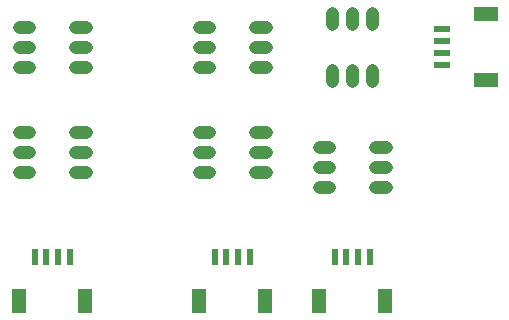
<source format=gtp>
G75*
%MOIN*%
%OFA0B0*%
%FSLAX25Y25*%
%IPPOS*%
%LPD*%
%AMOC8*
5,1,8,0,0,1.08239X$1,22.5*
%
%ADD10R,0.04724X0.07874*%
%ADD11R,0.02362X0.05315*%
%ADD12C,0.04331*%
%ADD13R,0.07874X0.04724*%
%ADD14R,0.05315X0.02362*%
D10*
X0407310Y0006931D03*
X0429357Y0006931D03*
X0467310Y0006931D03*
X0489357Y0006931D03*
X0507310Y0006931D03*
X0529357Y0006931D03*
D11*
X0524239Y0021400D03*
X0520302Y0021400D03*
X0516365Y0021400D03*
X0512428Y0021400D03*
X0484239Y0021400D03*
X0480302Y0021400D03*
X0476365Y0021400D03*
X0472428Y0021400D03*
X0424239Y0021400D03*
X0420302Y0021400D03*
X0416365Y0021400D03*
X0412428Y0021400D03*
D12*
X0507113Y0044707D02*
X0510657Y0044707D01*
X0510657Y0044707D01*
X0507113Y0044707D01*
X0507113Y0044707D01*
X0526010Y0044707D02*
X0529554Y0044707D01*
X0529554Y0044707D01*
X0526010Y0044707D01*
X0526010Y0044707D01*
X0526010Y0051400D02*
X0529554Y0051400D01*
X0529554Y0051400D01*
X0526010Y0051400D01*
X0526010Y0051400D01*
X0510657Y0051400D02*
X0507113Y0051400D01*
X0510657Y0051400D02*
X0510657Y0051400D01*
X0507113Y0051400D01*
X0507113Y0051400D01*
X0489554Y0049707D02*
X0486010Y0049707D01*
X0489554Y0049707D02*
X0489554Y0049707D01*
X0486010Y0049707D01*
X0486010Y0049707D01*
X0470657Y0049707D02*
X0467113Y0049707D01*
X0470657Y0049707D02*
X0470657Y0049707D01*
X0467113Y0049707D01*
X0467113Y0049707D01*
X0467113Y0056400D02*
X0470657Y0056400D01*
X0470657Y0056400D01*
X0467113Y0056400D01*
X0467113Y0056400D01*
X0486010Y0056400D02*
X0489554Y0056400D01*
X0489554Y0056400D01*
X0486010Y0056400D01*
X0486010Y0056400D01*
X0507113Y0058093D02*
X0510657Y0058093D01*
X0510657Y0058093D01*
X0507113Y0058093D01*
X0507113Y0058093D01*
X0526010Y0058093D02*
X0529554Y0058093D01*
X0529554Y0058093D01*
X0526010Y0058093D01*
X0526010Y0058093D01*
X0489554Y0063093D02*
X0486010Y0063093D01*
X0489554Y0063093D02*
X0489554Y0063093D01*
X0486010Y0063093D01*
X0486010Y0063093D01*
X0470657Y0063093D02*
X0467113Y0063093D01*
X0470657Y0063093D02*
X0470657Y0063093D01*
X0467113Y0063093D01*
X0467113Y0063093D01*
X0429554Y0063093D02*
X0426010Y0063093D01*
X0426010Y0063093D01*
X0429554Y0063093D01*
X0429554Y0063093D01*
X0410657Y0063093D02*
X0407113Y0063093D01*
X0407113Y0063093D01*
X0410657Y0063093D01*
X0410657Y0063093D01*
X0410657Y0056400D02*
X0407113Y0056400D01*
X0407113Y0056400D01*
X0410657Y0056400D01*
X0410657Y0056400D01*
X0426010Y0056400D02*
X0429554Y0056400D01*
X0426010Y0056400D02*
X0426010Y0056400D01*
X0429554Y0056400D01*
X0429554Y0056400D01*
X0429554Y0049707D02*
X0426010Y0049707D01*
X0426010Y0049707D01*
X0429554Y0049707D01*
X0429554Y0049707D01*
X0410657Y0049707D02*
X0407113Y0049707D01*
X0407113Y0049707D01*
X0410657Y0049707D01*
X0410657Y0049707D01*
X0511640Y0080179D02*
X0511640Y0083723D01*
X0511640Y0083723D01*
X0511640Y0080179D01*
X0511640Y0080179D01*
X0518333Y0080179D02*
X0518333Y0083723D01*
X0518333Y0083723D01*
X0518333Y0080179D01*
X0518333Y0080179D01*
X0525026Y0080179D02*
X0525026Y0083723D01*
X0525026Y0083723D01*
X0525026Y0080179D01*
X0525026Y0080179D01*
X0489554Y0084707D02*
X0486010Y0084707D01*
X0489554Y0084707D02*
X0489554Y0084707D01*
X0486010Y0084707D01*
X0486010Y0084707D01*
X0470657Y0084707D02*
X0467113Y0084707D01*
X0470657Y0084707D02*
X0470657Y0084707D01*
X0467113Y0084707D01*
X0467113Y0084707D01*
X0467113Y0091400D02*
X0470657Y0091400D01*
X0470657Y0091400D01*
X0467113Y0091400D01*
X0467113Y0091400D01*
X0486010Y0091400D02*
X0489554Y0091400D01*
X0489554Y0091400D01*
X0486010Y0091400D01*
X0486010Y0091400D01*
X0486010Y0098093D02*
X0489554Y0098093D01*
X0489554Y0098093D01*
X0486010Y0098093D01*
X0486010Y0098093D01*
X0470657Y0098093D02*
X0467113Y0098093D01*
X0470657Y0098093D02*
X0470657Y0098093D01*
X0467113Y0098093D01*
X0467113Y0098093D01*
X0429554Y0098093D02*
X0426010Y0098093D01*
X0426010Y0098093D01*
X0429554Y0098093D01*
X0429554Y0098093D01*
X0410657Y0098093D02*
X0407113Y0098093D01*
X0407113Y0098093D01*
X0410657Y0098093D01*
X0410657Y0098093D01*
X0410657Y0091400D02*
X0407113Y0091400D01*
X0407113Y0091400D01*
X0410657Y0091400D01*
X0410657Y0091400D01*
X0426010Y0091400D02*
X0429554Y0091400D01*
X0426010Y0091400D02*
X0426010Y0091400D01*
X0429554Y0091400D01*
X0429554Y0091400D01*
X0429554Y0084707D02*
X0426010Y0084707D01*
X0426010Y0084707D01*
X0429554Y0084707D01*
X0429554Y0084707D01*
X0410657Y0084707D02*
X0407113Y0084707D01*
X0407113Y0084707D01*
X0410657Y0084707D01*
X0410657Y0084707D01*
X0511640Y0099077D02*
X0511640Y0102621D01*
X0511640Y0102621D01*
X0511640Y0099077D01*
X0511640Y0099077D01*
X0518333Y0099077D02*
X0518333Y0102621D01*
X0518333Y0102621D01*
X0518333Y0099077D01*
X0518333Y0099077D01*
X0525026Y0099077D02*
X0525026Y0102621D01*
X0525026Y0102621D01*
X0525026Y0099077D01*
X0525026Y0099077D01*
D13*
X0562802Y0102424D03*
X0562802Y0080376D03*
D14*
X0548333Y0085494D03*
X0548333Y0089431D03*
X0548333Y0093369D03*
X0548333Y0097306D03*
M02*

</source>
